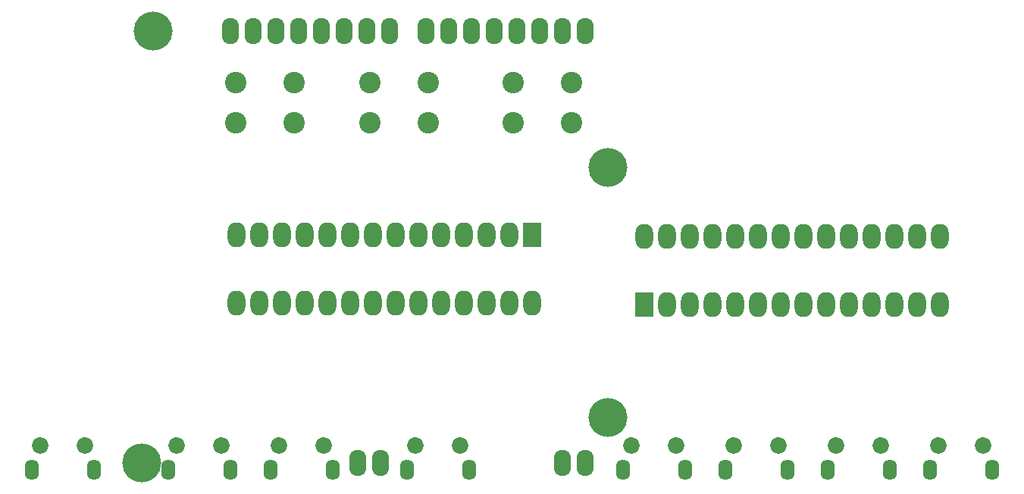
<source format=gbr>
G04 #@! TF.FileFunction,Soldermask,Bot*
%FSLAX46Y46*%
G04 Gerber Fmt 4.6, Leading zero omitted, Abs format (unit mm)*
G04 Created by KiCad (PCBNEW 4.0.7) date 09/05/17 21:12:23*
%MOMM*%
%LPD*%
G01*
G04 APERTURE LIST*
%ADD10C,0.100000*%
%ADD11O,1.924000X2.940000*%
%ADD12C,4.337000*%
%ADD13C,1.850000*%
%ADD14O,1.600000X2.300000*%
%ADD15C,2.400000*%
%ADD16R,2.000000X2.800000*%
%ADD17O,2.000000X2.800000*%
G04 APERTURE END LIST*
D10*
D11*
X212001100Y-102463600D03*
X209461100Y-102463600D03*
X189141100Y-102463600D03*
X212001100Y-54203600D03*
X209461100Y-54203600D03*
X206921100Y-54203600D03*
X204381100Y-54203600D03*
X201841100Y-54203600D03*
X199301100Y-54203600D03*
X196761100Y-54203600D03*
X194221100Y-54203600D03*
X190157100Y-54203600D03*
X187617100Y-54203600D03*
X185077100Y-54203600D03*
X182537100Y-54203600D03*
X179997100Y-54203600D03*
X177457100Y-54203600D03*
X174917100Y-54203600D03*
X172377100Y-54203600D03*
X186601100Y-102463600D03*
D12*
X214541100Y-97383600D03*
X214541100Y-69443600D03*
X163741100Y-54203600D03*
X162471100Y-102463600D03*
D13*
X151170000Y-100520000D03*
X156170000Y-100520000D03*
D14*
X150170000Y-103220000D03*
X157170000Y-103220000D03*
D13*
X166410000Y-100520000D03*
X171410000Y-100520000D03*
D14*
X165410000Y-103220000D03*
X172410000Y-103220000D03*
D13*
X177840000Y-100520000D03*
X182840000Y-100520000D03*
D14*
X176840000Y-103220000D03*
X183840000Y-103220000D03*
D13*
X193080000Y-100520000D03*
X198080000Y-100520000D03*
D14*
X192080000Y-103220000D03*
X199080000Y-103220000D03*
D13*
X217210000Y-100520000D03*
X222210000Y-100520000D03*
D14*
X216210000Y-103220000D03*
X223210000Y-103220000D03*
D13*
X228640000Y-100520000D03*
X233640000Y-100520000D03*
D14*
X227640000Y-103220000D03*
X234640000Y-103220000D03*
D13*
X240070000Y-100520000D03*
X245070000Y-100520000D03*
D14*
X239070000Y-103220000D03*
X246070000Y-103220000D03*
D13*
X251500000Y-100520000D03*
X256500000Y-100520000D03*
D14*
X250500000Y-103220000D03*
X257500000Y-103220000D03*
D15*
X204000000Y-64500000D03*
X204000000Y-60000000D03*
X210500000Y-64500000D03*
X210500000Y-60000000D03*
X188000000Y-64500000D03*
X188000000Y-60000000D03*
X194500000Y-64500000D03*
X194500000Y-60000000D03*
X173000000Y-64500000D03*
X173000000Y-60000000D03*
X179500000Y-64500000D03*
X179500000Y-60000000D03*
D16*
X218600000Y-84800000D03*
D17*
X251620000Y-77180000D03*
X221140000Y-84800000D03*
X249080000Y-77180000D03*
X223680000Y-84800000D03*
X246540000Y-77180000D03*
X226220000Y-84800000D03*
X244000000Y-77180000D03*
X228760000Y-84800000D03*
X241460000Y-77180000D03*
X231300000Y-84800000D03*
X238920000Y-77180000D03*
X233840000Y-84800000D03*
X236380000Y-77180000D03*
X236380000Y-84800000D03*
X233840000Y-77180000D03*
X238920000Y-84800000D03*
X231300000Y-77180000D03*
X241460000Y-84800000D03*
X228760000Y-77180000D03*
X244000000Y-84800000D03*
X226220000Y-77180000D03*
X246540000Y-84800000D03*
X223680000Y-77180000D03*
X249080000Y-84800000D03*
X221140000Y-77180000D03*
X251620000Y-84800000D03*
X218600000Y-77180000D03*
D16*
X206100000Y-77000000D03*
D17*
X173080000Y-84620000D03*
X203560000Y-77000000D03*
X175620000Y-84620000D03*
X201020000Y-77000000D03*
X178160000Y-84620000D03*
X198480000Y-77000000D03*
X180700000Y-84620000D03*
X195940000Y-77000000D03*
X183240000Y-84620000D03*
X193400000Y-77000000D03*
X185780000Y-84620000D03*
X190860000Y-77000000D03*
X188320000Y-84620000D03*
X188320000Y-77000000D03*
X190860000Y-84620000D03*
X185780000Y-77000000D03*
X193400000Y-84620000D03*
X183240000Y-77000000D03*
X195940000Y-84620000D03*
X180700000Y-77000000D03*
X198480000Y-84620000D03*
X178160000Y-77000000D03*
X201020000Y-84620000D03*
X175620000Y-77000000D03*
X203560000Y-84620000D03*
X173080000Y-77000000D03*
X206100000Y-84620000D03*
M02*

</source>
